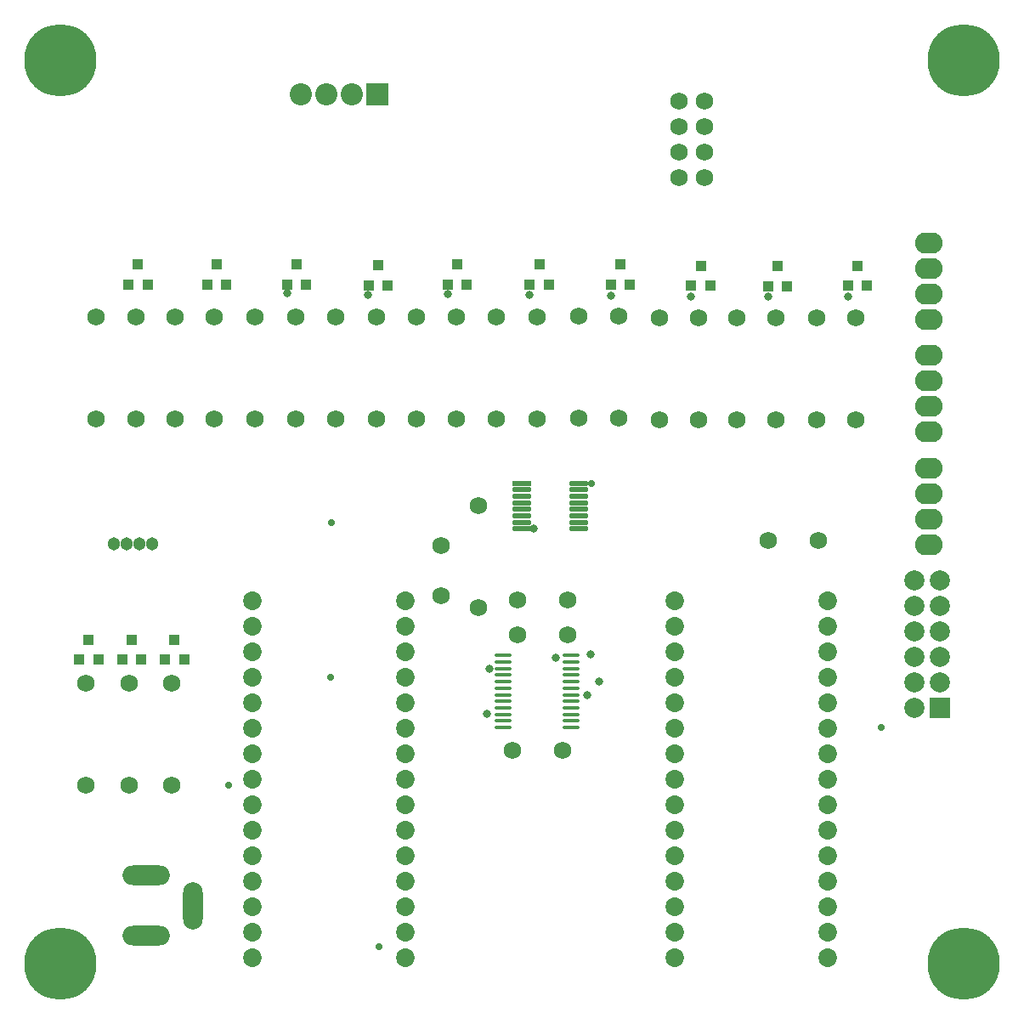
<source format=gts>
G04 Layer_Color=20142*
%FSLAX43Y43*%
%MOMM*%
G71*
G01*
G75*
%ADD11O,1.800X0.279*%
%ADD38R,1.003X1.103*%
%ADD39R,1.903X0.553*%
%ADD40O,1.903X0.553*%
%ADD41C,1.727*%
%ADD42C,1.303*%
%ADD43C,1.854*%
%ADD44O,1.953X4.703*%
%ADD45O,4.703X1.953*%
%ADD46O,2.743X2.108*%
%ADD47C,2.003*%
%ADD48R,2.003X2.003*%
%ADD49C,2.203*%
%ADD50R,2.203X2.203*%
%ADD51C,0.703*%
%ADD52C,7.203*%
%ADD53C,0.803*%
D11*
X64075Y55675D02*
D03*
Y55025D02*
D03*
Y54375D02*
D03*
Y53725D02*
D03*
Y53075D02*
D03*
Y52425D02*
D03*
Y51775D02*
D03*
Y51125D02*
D03*
Y50475D02*
D03*
Y49825D02*
D03*
Y49175D02*
D03*
Y48525D02*
D03*
X70875Y55675D02*
D03*
Y55025D02*
D03*
Y54375D02*
D03*
Y53725D02*
D03*
Y53075D02*
D03*
Y52425D02*
D03*
Y51775D02*
D03*
Y51125D02*
D03*
Y50475D02*
D03*
Y49825D02*
D03*
Y49175D02*
D03*
Y48525D02*
D03*
D38*
X26762Y92654D02*
D03*
X28662D02*
D03*
X27712Y94654D02*
D03*
X34612Y92654D02*
D03*
X36512D02*
D03*
X35562Y94654D02*
D03*
X67692Y94654D02*
D03*
X68642Y92654D02*
D03*
X66742D02*
D03*
X59539Y94629D02*
D03*
X60489Y92629D02*
D03*
X58589D02*
D03*
X50691Y92578D02*
D03*
X52591D02*
D03*
X51641Y94578D02*
D03*
X43515Y94654D02*
D03*
X42565Y92654D02*
D03*
X44465D02*
D03*
X83792Y94511D02*
D03*
X84742Y92511D02*
D03*
X82842D02*
D03*
X75757Y94636D02*
D03*
X76707Y92636D02*
D03*
X74807D02*
D03*
X90503Y92486D02*
D03*
X92403D02*
D03*
X91453Y94486D02*
D03*
X98464Y92511D02*
D03*
X100364D02*
D03*
X99414Y94511D02*
D03*
X30407Y55275D02*
D03*
X32307D02*
D03*
X31358Y57275D02*
D03*
X26132Y55275D02*
D03*
X28032D02*
D03*
X27083Y57275D02*
D03*
X21858Y55275D02*
D03*
X23757D02*
D03*
X22808Y57275D02*
D03*
D39*
X65925Y72850D02*
D03*
D40*
Y72200D02*
D03*
Y71550D02*
D03*
Y70900D02*
D03*
Y70250D02*
D03*
Y69600D02*
D03*
Y68950D02*
D03*
Y68300D02*
D03*
X71625Y72850D02*
D03*
X71625Y72200D02*
D03*
X71625Y71550D02*
D03*
Y70900D02*
D03*
Y70250D02*
D03*
Y69600D02*
D03*
Y68950D02*
D03*
Y68300D02*
D03*
D41*
X65493Y57781D02*
D03*
X70493D02*
D03*
X65493Y61200D02*
D03*
X70493D02*
D03*
X65050Y46200D02*
D03*
X70050D02*
D03*
X61675Y70600D02*
D03*
Y60440D02*
D03*
X57913Y66628D02*
D03*
Y61628D02*
D03*
X31075Y52879D02*
D03*
Y42719D02*
D03*
X26800Y52879D02*
D03*
Y42719D02*
D03*
X22525Y52879D02*
D03*
Y42719D02*
D03*
X31400Y89385D02*
D03*
Y79225D02*
D03*
X35325D02*
D03*
Y89385D02*
D03*
X23550D02*
D03*
Y79225D02*
D03*
X27475D02*
D03*
Y89385D02*
D03*
X59475Y89428D02*
D03*
Y79268D02*
D03*
X63443D02*
D03*
Y89428D02*
D03*
X67452D02*
D03*
Y79268D02*
D03*
X55466Y89428D02*
D03*
Y79268D02*
D03*
X51459D02*
D03*
Y89428D02*
D03*
X47451D02*
D03*
Y79268D02*
D03*
X43392D02*
D03*
Y89428D02*
D03*
X39383D02*
D03*
Y79268D02*
D03*
X84175Y110875D02*
D03*
X81635D02*
D03*
X84175Y108335D02*
D03*
X81635D02*
D03*
X84175Y105795D02*
D03*
X81635D02*
D03*
X84175Y103255D02*
D03*
X81635D02*
D03*
X95500Y67175D02*
D03*
X90500D02*
D03*
X75570Y89486D02*
D03*
Y79326D02*
D03*
X91266Y79176D02*
D03*
Y89336D02*
D03*
X99227Y79201D02*
D03*
Y89361D02*
D03*
X83605D02*
D03*
Y79201D02*
D03*
X79698D02*
D03*
Y89361D02*
D03*
X87359Y89336D02*
D03*
Y79176D02*
D03*
X95320Y89361D02*
D03*
Y79201D02*
D03*
X71663Y89486D02*
D03*
Y79326D02*
D03*
D42*
X25295Y66825D02*
D03*
X26565D02*
D03*
X27835D02*
D03*
X29105D02*
D03*
D43*
X96420Y33214D02*
D03*
Y43374D02*
D03*
Y40834D02*
D03*
Y38294D02*
D03*
Y35754D02*
D03*
Y30674D02*
D03*
Y28134D02*
D03*
Y25594D02*
D03*
Y45914D02*
D03*
Y48454D02*
D03*
Y50994D02*
D03*
Y53534D02*
D03*
Y56074D02*
D03*
Y58614D02*
D03*
Y61154D02*
D03*
X81180Y25594D02*
D03*
Y28134D02*
D03*
Y30674D02*
D03*
Y33214D02*
D03*
Y35754D02*
D03*
Y38294D02*
D03*
Y40834D02*
D03*
Y43374D02*
D03*
Y45914D02*
D03*
Y48454D02*
D03*
Y50994D02*
D03*
Y53534D02*
D03*
Y56074D02*
D03*
Y58614D02*
D03*
Y61154D02*
D03*
X39155Y61129D02*
D03*
Y58589D02*
D03*
Y56049D02*
D03*
Y53509D02*
D03*
Y50969D02*
D03*
Y48429D02*
D03*
Y45889D02*
D03*
Y43349D02*
D03*
Y40809D02*
D03*
Y38269D02*
D03*
Y35729D02*
D03*
Y33189D02*
D03*
Y30649D02*
D03*
Y28109D02*
D03*
Y25569D02*
D03*
X54395Y61129D02*
D03*
Y58589D02*
D03*
Y56049D02*
D03*
Y53509D02*
D03*
Y50969D02*
D03*
Y48429D02*
D03*
Y45889D02*
D03*
Y25569D02*
D03*
Y28109D02*
D03*
Y30649D02*
D03*
Y33189D02*
D03*
Y35729D02*
D03*
Y38269D02*
D03*
Y40809D02*
D03*
Y43349D02*
D03*
D44*
X33225Y30750D02*
D03*
D45*
X28525Y33750D02*
D03*
Y27750D02*
D03*
D46*
X106550Y96785D02*
D03*
Y94245D02*
D03*
Y91705D02*
D03*
Y89165D02*
D03*
Y85585D02*
D03*
Y83045D02*
D03*
Y80505D02*
D03*
Y77965D02*
D03*
Y74360D02*
D03*
Y71820D02*
D03*
Y69280D02*
D03*
Y66740D02*
D03*
D47*
X107590Y63175D02*
D03*
Y60635D02*
D03*
Y58095D02*
D03*
Y55555D02*
D03*
Y53015D02*
D03*
X105050Y50475D02*
D03*
Y53015D02*
D03*
Y55555D02*
D03*
Y58095D02*
D03*
Y60635D02*
D03*
Y63175D02*
D03*
D48*
X107590Y50475D02*
D03*
D49*
X43980Y111600D02*
D03*
X46520D02*
D03*
X49060D02*
D03*
D50*
X51600D02*
D03*
D51*
X51725Y26700D02*
D03*
X36756Y42719D02*
D03*
X101725Y48550D02*
D03*
X72900Y72850D02*
D03*
X46900Y53500D02*
D03*
X46950Y68925D02*
D03*
D52*
X110000Y115000D02*
D03*
X20000D02*
D03*
Y25000D02*
D03*
X110000D02*
D03*
D53*
X42565Y91810D02*
D03*
X66725Y91575D02*
D03*
X58589Y91664D02*
D03*
X50625Y91600D02*
D03*
X67150Y68300D02*
D03*
X82833Y91471D02*
D03*
X90483Y91421D02*
D03*
X98458Y91446D02*
D03*
X74807Y91557D02*
D03*
X62750Y54400D02*
D03*
X62475Y49850D02*
D03*
X72850Y55775D02*
D03*
X73675Y53075D02*
D03*
X72479Y51753D02*
D03*
X69350Y55475D02*
D03*
M02*

</source>
